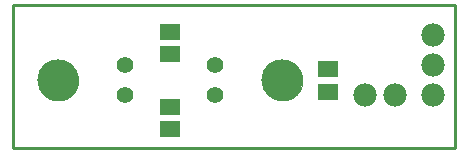
<source format=gbs>
G75*
%MOIN*%
%OFA0B0*%
%FSLAX25Y25*%
%IPPOS*%
%LPD*%
%AMOC8*
5,1,8,0,0,1.08239X$1,22.5*
%
%ADD10C,0.01000*%
%ADD11C,0.00000*%
%ADD12C,0.13786*%
%ADD13C,0.05550*%
%ADD14R,0.06699X0.05518*%
%ADD15C,0.07800*%
D10*
X0001800Y0001800D02*
X0149300Y0001800D01*
X0149300Y0049300D01*
X0001800Y0049300D01*
X0001800Y0001800D01*
D11*
X0010205Y0024300D02*
X0010207Y0024464D01*
X0010213Y0024628D01*
X0010223Y0024792D01*
X0010237Y0024956D01*
X0010255Y0025119D01*
X0010277Y0025282D01*
X0010304Y0025444D01*
X0010334Y0025606D01*
X0010368Y0025766D01*
X0010406Y0025926D01*
X0010447Y0026085D01*
X0010493Y0026243D01*
X0010543Y0026399D01*
X0010596Y0026555D01*
X0010653Y0026709D01*
X0010714Y0026861D01*
X0010779Y0027012D01*
X0010848Y0027162D01*
X0010920Y0027309D01*
X0010995Y0027455D01*
X0011075Y0027599D01*
X0011157Y0027741D01*
X0011243Y0027881D01*
X0011333Y0028018D01*
X0011426Y0028154D01*
X0011522Y0028287D01*
X0011622Y0028418D01*
X0011724Y0028546D01*
X0011830Y0028672D01*
X0011939Y0028795D01*
X0012051Y0028915D01*
X0012165Y0029033D01*
X0012283Y0029147D01*
X0012403Y0029259D01*
X0012526Y0029368D01*
X0012652Y0029474D01*
X0012780Y0029576D01*
X0012911Y0029676D01*
X0013044Y0029772D01*
X0013180Y0029865D01*
X0013317Y0029955D01*
X0013457Y0030041D01*
X0013599Y0030123D01*
X0013743Y0030203D01*
X0013889Y0030278D01*
X0014036Y0030350D01*
X0014186Y0030419D01*
X0014337Y0030484D01*
X0014489Y0030545D01*
X0014643Y0030602D01*
X0014799Y0030655D01*
X0014955Y0030705D01*
X0015113Y0030751D01*
X0015272Y0030792D01*
X0015432Y0030830D01*
X0015592Y0030864D01*
X0015754Y0030894D01*
X0015916Y0030921D01*
X0016079Y0030943D01*
X0016242Y0030961D01*
X0016406Y0030975D01*
X0016570Y0030985D01*
X0016734Y0030991D01*
X0016898Y0030993D01*
X0017062Y0030991D01*
X0017226Y0030985D01*
X0017390Y0030975D01*
X0017554Y0030961D01*
X0017717Y0030943D01*
X0017880Y0030921D01*
X0018042Y0030894D01*
X0018204Y0030864D01*
X0018364Y0030830D01*
X0018524Y0030792D01*
X0018683Y0030751D01*
X0018841Y0030705D01*
X0018997Y0030655D01*
X0019153Y0030602D01*
X0019307Y0030545D01*
X0019459Y0030484D01*
X0019610Y0030419D01*
X0019760Y0030350D01*
X0019907Y0030278D01*
X0020053Y0030203D01*
X0020197Y0030123D01*
X0020339Y0030041D01*
X0020479Y0029955D01*
X0020616Y0029865D01*
X0020752Y0029772D01*
X0020885Y0029676D01*
X0021016Y0029576D01*
X0021144Y0029474D01*
X0021270Y0029368D01*
X0021393Y0029259D01*
X0021513Y0029147D01*
X0021631Y0029033D01*
X0021745Y0028915D01*
X0021857Y0028795D01*
X0021966Y0028672D01*
X0022072Y0028546D01*
X0022174Y0028418D01*
X0022274Y0028287D01*
X0022370Y0028154D01*
X0022463Y0028018D01*
X0022553Y0027881D01*
X0022639Y0027741D01*
X0022721Y0027599D01*
X0022801Y0027455D01*
X0022876Y0027309D01*
X0022948Y0027162D01*
X0023017Y0027012D01*
X0023082Y0026861D01*
X0023143Y0026709D01*
X0023200Y0026555D01*
X0023253Y0026399D01*
X0023303Y0026243D01*
X0023349Y0026085D01*
X0023390Y0025926D01*
X0023428Y0025766D01*
X0023462Y0025606D01*
X0023492Y0025444D01*
X0023519Y0025282D01*
X0023541Y0025119D01*
X0023559Y0024956D01*
X0023573Y0024792D01*
X0023583Y0024628D01*
X0023589Y0024464D01*
X0023591Y0024300D01*
X0023589Y0024136D01*
X0023583Y0023972D01*
X0023573Y0023808D01*
X0023559Y0023644D01*
X0023541Y0023481D01*
X0023519Y0023318D01*
X0023492Y0023156D01*
X0023462Y0022994D01*
X0023428Y0022834D01*
X0023390Y0022674D01*
X0023349Y0022515D01*
X0023303Y0022357D01*
X0023253Y0022201D01*
X0023200Y0022045D01*
X0023143Y0021891D01*
X0023082Y0021739D01*
X0023017Y0021588D01*
X0022948Y0021438D01*
X0022876Y0021291D01*
X0022801Y0021145D01*
X0022721Y0021001D01*
X0022639Y0020859D01*
X0022553Y0020719D01*
X0022463Y0020582D01*
X0022370Y0020446D01*
X0022274Y0020313D01*
X0022174Y0020182D01*
X0022072Y0020054D01*
X0021966Y0019928D01*
X0021857Y0019805D01*
X0021745Y0019685D01*
X0021631Y0019567D01*
X0021513Y0019453D01*
X0021393Y0019341D01*
X0021270Y0019232D01*
X0021144Y0019126D01*
X0021016Y0019024D01*
X0020885Y0018924D01*
X0020752Y0018828D01*
X0020616Y0018735D01*
X0020479Y0018645D01*
X0020339Y0018559D01*
X0020197Y0018477D01*
X0020053Y0018397D01*
X0019907Y0018322D01*
X0019760Y0018250D01*
X0019610Y0018181D01*
X0019459Y0018116D01*
X0019307Y0018055D01*
X0019153Y0017998D01*
X0018997Y0017945D01*
X0018841Y0017895D01*
X0018683Y0017849D01*
X0018524Y0017808D01*
X0018364Y0017770D01*
X0018204Y0017736D01*
X0018042Y0017706D01*
X0017880Y0017679D01*
X0017717Y0017657D01*
X0017554Y0017639D01*
X0017390Y0017625D01*
X0017226Y0017615D01*
X0017062Y0017609D01*
X0016898Y0017607D01*
X0016734Y0017609D01*
X0016570Y0017615D01*
X0016406Y0017625D01*
X0016242Y0017639D01*
X0016079Y0017657D01*
X0015916Y0017679D01*
X0015754Y0017706D01*
X0015592Y0017736D01*
X0015432Y0017770D01*
X0015272Y0017808D01*
X0015113Y0017849D01*
X0014955Y0017895D01*
X0014799Y0017945D01*
X0014643Y0017998D01*
X0014489Y0018055D01*
X0014337Y0018116D01*
X0014186Y0018181D01*
X0014036Y0018250D01*
X0013889Y0018322D01*
X0013743Y0018397D01*
X0013599Y0018477D01*
X0013457Y0018559D01*
X0013317Y0018645D01*
X0013180Y0018735D01*
X0013044Y0018828D01*
X0012911Y0018924D01*
X0012780Y0019024D01*
X0012652Y0019126D01*
X0012526Y0019232D01*
X0012403Y0019341D01*
X0012283Y0019453D01*
X0012165Y0019567D01*
X0012051Y0019685D01*
X0011939Y0019805D01*
X0011830Y0019928D01*
X0011724Y0020054D01*
X0011622Y0020182D01*
X0011522Y0020313D01*
X0011426Y0020446D01*
X0011333Y0020582D01*
X0011243Y0020719D01*
X0011157Y0020859D01*
X0011075Y0021001D01*
X0010995Y0021145D01*
X0010920Y0021291D01*
X0010848Y0021438D01*
X0010779Y0021588D01*
X0010714Y0021739D01*
X0010653Y0021891D01*
X0010596Y0022045D01*
X0010543Y0022201D01*
X0010493Y0022357D01*
X0010447Y0022515D01*
X0010406Y0022674D01*
X0010368Y0022834D01*
X0010334Y0022994D01*
X0010304Y0023156D01*
X0010277Y0023318D01*
X0010255Y0023481D01*
X0010237Y0023644D01*
X0010223Y0023808D01*
X0010213Y0023972D01*
X0010207Y0024136D01*
X0010205Y0024300D01*
X0085009Y0024300D02*
X0085011Y0024464D01*
X0085017Y0024628D01*
X0085027Y0024792D01*
X0085041Y0024956D01*
X0085059Y0025119D01*
X0085081Y0025282D01*
X0085108Y0025444D01*
X0085138Y0025606D01*
X0085172Y0025766D01*
X0085210Y0025926D01*
X0085251Y0026085D01*
X0085297Y0026243D01*
X0085347Y0026399D01*
X0085400Y0026555D01*
X0085457Y0026709D01*
X0085518Y0026861D01*
X0085583Y0027012D01*
X0085652Y0027162D01*
X0085724Y0027309D01*
X0085799Y0027455D01*
X0085879Y0027599D01*
X0085961Y0027741D01*
X0086047Y0027881D01*
X0086137Y0028018D01*
X0086230Y0028154D01*
X0086326Y0028287D01*
X0086426Y0028418D01*
X0086528Y0028546D01*
X0086634Y0028672D01*
X0086743Y0028795D01*
X0086855Y0028915D01*
X0086969Y0029033D01*
X0087087Y0029147D01*
X0087207Y0029259D01*
X0087330Y0029368D01*
X0087456Y0029474D01*
X0087584Y0029576D01*
X0087715Y0029676D01*
X0087848Y0029772D01*
X0087984Y0029865D01*
X0088121Y0029955D01*
X0088261Y0030041D01*
X0088403Y0030123D01*
X0088547Y0030203D01*
X0088693Y0030278D01*
X0088840Y0030350D01*
X0088990Y0030419D01*
X0089141Y0030484D01*
X0089293Y0030545D01*
X0089447Y0030602D01*
X0089603Y0030655D01*
X0089759Y0030705D01*
X0089917Y0030751D01*
X0090076Y0030792D01*
X0090236Y0030830D01*
X0090396Y0030864D01*
X0090558Y0030894D01*
X0090720Y0030921D01*
X0090883Y0030943D01*
X0091046Y0030961D01*
X0091210Y0030975D01*
X0091374Y0030985D01*
X0091538Y0030991D01*
X0091702Y0030993D01*
X0091866Y0030991D01*
X0092030Y0030985D01*
X0092194Y0030975D01*
X0092358Y0030961D01*
X0092521Y0030943D01*
X0092684Y0030921D01*
X0092846Y0030894D01*
X0093008Y0030864D01*
X0093168Y0030830D01*
X0093328Y0030792D01*
X0093487Y0030751D01*
X0093645Y0030705D01*
X0093801Y0030655D01*
X0093957Y0030602D01*
X0094111Y0030545D01*
X0094263Y0030484D01*
X0094414Y0030419D01*
X0094564Y0030350D01*
X0094711Y0030278D01*
X0094857Y0030203D01*
X0095001Y0030123D01*
X0095143Y0030041D01*
X0095283Y0029955D01*
X0095420Y0029865D01*
X0095556Y0029772D01*
X0095689Y0029676D01*
X0095820Y0029576D01*
X0095948Y0029474D01*
X0096074Y0029368D01*
X0096197Y0029259D01*
X0096317Y0029147D01*
X0096435Y0029033D01*
X0096549Y0028915D01*
X0096661Y0028795D01*
X0096770Y0028672D01*
X0096876Y0028546D01*
X0096978Y0028418D01*
X0097078Y0028287D01*
X0097174Y0028154D01*
X0097267Y0028018D01*
X0097357Y0027881D01*
X0097443Y0027741D01*
X0097525Y0027599D01*
X0097605Y0027455D01*
X0097680Y0027309D01*
X0097752Y0027162D01*
X0097821Y0027012D01*
X0097886Y0026861D01*
X0097947Y0026709D01*
X0098004Y0026555D01*
X0098057Y0026399D01*
X0098107Y0026243D01*
X0098153Y0026085D01*
X0098194Y0025926D01*
X0098232Y0025766D01*
X0098266Y0025606D01*
X0098296Y0025444D01*
X0098323Y0025282D01*
X0098345Y0025119D01*
X0098363Y0024956D01*
X0098377Y0024792D01*
X0098387Y0024628D01*
X0098393Y0024464D01*
X0098395Y0024300D01*
X0098393Y0024136D01*
X0098387Y0023972D01*
X0098377Y0023808D01*
X0098363Y0023644D01*
X0098345Y0023481D01*
X0098323Y0023318D01*
X0098296Y0023156D01*
X0098266Y0022994D01*
X0098232Y0022834D01*
X0098194Y0022674D01*
X0098153Y0022515D01*
X0098107Y0022357D01*
X0098057Y0022201D01*
X0098004Y0022045D01*
X0097947Y0021891D01*
X0097886Y0021739D01*
X0097821Y0021588D01*
X0097752Y0021438D01*
X0097680Y0021291D01*
X0097605Y0021145D01*
X0097525Y0021001D01*
X0097443Y0020859D01*
X0097357Y0020719D01*
X0097267Y0020582D01*
X0097174Y0020446D01*
X0097078Y0020313D01*
X0096978Y0020182D01*
X0096876Y0020054D01*
X0096770Y0019928D01*
X0096661Y0019805D01*
X0096549Y0019685D01*
X0096435Y0019567D01*
X0096317Y0019453D01*
X0096197Y0019341D01*
X0096074Y0019232D01*
X0095948Y0019126D01*
X0095820Y0019024D01*
X0095689Y0018924D01*
X0095556Y0018828D01*
X0095420Y0018735D01*
X0095283Y0018645D01*
X0095143Y0018559D01*
X0095001Y0018477D01*
X0094857Y0018397D01*
X0094711Y0018322D01*
X0094564Y0018250D01*
X0094414Y0018181D01*
X0094263Y0018116D01*
X0094111Y0018055D01*
X0093957Y0017998D01*
X0093801Y0017945D01*
X0093645Y0017895D01*
X0093487Y0017849D01*
X0093328Y0017808D01*
X0093168Y0017770D01*
X0093008Y0017736D01*
X0092846Y0017706D01*
X0092684Y0017679D01*
X0092521Y0017657D01*
X0092358Y0017639D01*
X0092194Y0017625D01*
X0092030Y0017615D01*
X0091866Y0017609D01*
X0091702Y0017607D01*
X0091538Y0017609D01*
X0091374Y0017615D01*
X0091210Y0017625D01*
X0091046Y0017639D01*
X0090883Y0017657D01*
X0090720Y0017679D01*
X0090558Y0017706D01*
X0090396Y0017736D01*
X0090236Y0017770D01*
X0090076Y0017808D01*
X0089917Y0017849D01*
X0089759Y0017895D01*
X0089603Y0017945D01*
X0089447Y0017998D01*
X0089293Y0018055D01*
X0089141Y0018116D01*
X0088990Y0018181D01*
X0088840Y0018250D01*
X0088693Y0018322D01*
X0088547Y0018397D01*
X0088403Y0018477D01*
X0088261Y0018559D01*
X0088121Y0018645D01*
X0087984Y0018735D01*
X0087848Y0018828D01*
X0087715Y0018924D01*
X0087584Y0019024D01*
X0087456Y0019126D01*
X0087330Y0019232D01*
X0087207Y0019341D01*
X0087087Y0019453D01*
X0086969Y0019567D01*
X0086855Y0019685D01*
X0086743Y0019805D01*
X0086634Y0019928D01*
X0086528Y0020054D01*
X0086426Y0020182D01*
X0086326Y0020313D01*
X0086230Y0020446D01*
X0086137Y0020582D01*
X0086047Y0020719D01*
X0085961Y0020859D01*
X0085879Y0021001D01*
X0085799Y0021145D01*
X0085724Y0021291D01*
X0085652Y0021438D01*
X0085583Y0021588D01*
X0085518Y0021739D01*
X0085457Y0021891D01*
X0085400Y0022045D01*
X0085347Y0022201D01*
X0085297Y0022357D01*
X0085251Y0022515D01*
X0085210Y0022674D01*
X0085172Y0022834D01*
X0085138Y0022994D01*
X0085108Y0023156D01*
X0085081Y0023318D01*
X0085059Y0023481D01*
X0085041Y0023644D01*
X0085027Y0023808D01*
X0085017Y0023972D01*
X0085011Y0024136D01*
X0085009Y0024300D01*
D12*
X0091702Y0024300D03*
X0016898Y0024300D03*
D13*
X0039339Y0019300D03*
X0069261Y0019300D03*
X0069261Y0029300D03*
X0039339Y0029300D03*
D14*
X0054300Y0033060D03*
X0054300Y0040540D03*
X0106800Y0028040D03*
X0106800Y0020560D03*
X0054300Y0015540D03*
X0054300Y0008060D03*
D15*
X0119300Y0019300D03*
X0129300Y0019300D03*
X0141800Y0019300D03*
X0141800Y0029300D03*
X0141800Y0039300D03*
M02*

</source>
